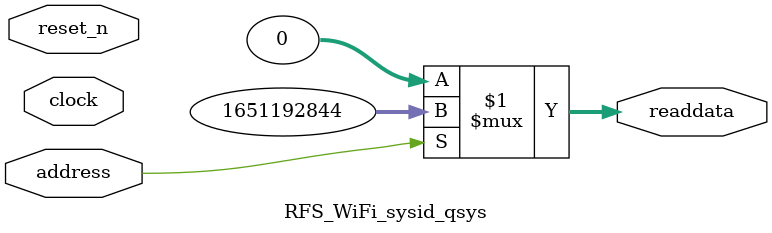
<source format=v>



// synthesis translate_off
`timescale 1ns / 1ps
// synthesis translate_on

// turn off superfluous verilog processor warnings 
// altera message_level Level1 
// altera message_off 10034 10035 10036 10037 10230 10240 10030 

module RFS_WiFi_sysid_qsys (
               // inputs:
                address,
                clock,
                reset_n,

               // outputs:
                readdata
             )
;

  output  [ 31: 0] readdata;
  input            address;
  input            clock;
  input            reset_n;

  wire    [ 31: 0] readdata;
  //control_slave, which is an e_avalon_slave
  assign readdata = address ? 1651192844 : 0;

endmodule



</source>
